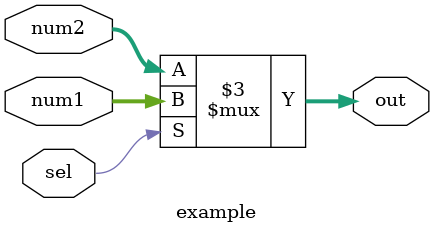
<source format=v>
module example(
    input [3:0]             num1, num2,
    input                   sel,
    output reg [3:0]        out,
);

always @(*) begin
    if (sel)
        out = num1;
    else
        out = num2;
end
endmodule
</source>
